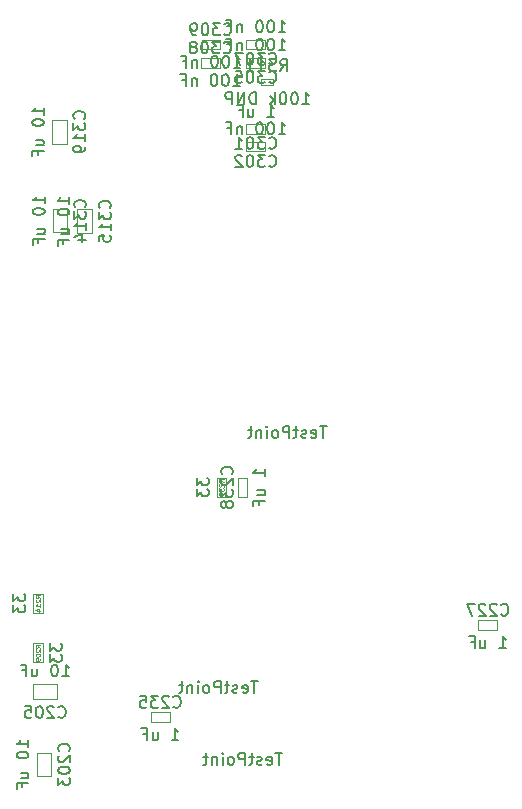
<source format=gbr>
G04 #@! TF.GenerationSoftware,KiCad,Pcbnew,5.0.1*
G04 #@! TF.CreationDate,2018-12-04T21:14:06-05:00*
G04 #@! TF.ProjectId,receiver,72656365697665722E6B696361645F70,rev?*
G04 #@! TF.SameCoordinates,Original*
G04 #@! TF.FileFunction,Other,Fab,Bot*
%FSLAX46Y46*%
G04 Gerber Fmt 4.6, Leading zero omitted, Abs format (unit mm)*
G04 Created by KiCad (PCBNEW 5.0.1) date Tue 04 Dec 2018 09:14:06 PM EST*
%MOMM*%
%LPD*%
G01*
G04 APERTURE LIST*
%ADD10C,0.100000*%
%ADD11C,0.150000*%
%ADD12C,0.075000*%
G04 APERTURE END LIST*
D10*
G04 #@! TO.C,C227*
X71400000Y-174200000D02*
X71400000Y-173400000D01*
X69800000Y-174200000D02*
X71400000Y-174200000D01*
X69800000Y-173400000D02*
X69800000Y-174200000D01*
X71400000Y-173400000D02*
X69800000Y-173400000D01*
G04 #@! TO.C,C238*
X49400000Y-161350000D02*
X49400000Y-162950000D01*
X49400000Y-162950000D02*
X50200000Y-162950000D01*
X50200000Y-162950000D02*
X50200000Y-161350000D01*
X50200000Y-161350000D02*
X49400000Y-161350000D01*
G04 #@! TO.C,C235*
X43650000Y-181200000D02*
X42050000Y-181200000D01*
X42050000Y-181200000D02*
X42050000Y-182000000D01*
X42050000Y-182000000D02*
X43650000Y-182000000D01*
X43650000Y-182000000D02*
X43650000Y-181200000D01*
G04 #@! TO.C,C302*
X50150000Y-132900000D02*
X50150000Y-133700000D01*
X51750000Y-132900000D02*
X50150000Y-132900000D01*
X51750000Y-133700000D02*
X51750000Y-132900000D01*
X50150000Y-133700000D02*
X51750000Y-133700000D01*
G04 #@! TO.C,C309*
X47950000Y-125050000D02*
X47950000Y-124250000D01*
X46350000Y-125050000D02*
X47950000Y-125050000D01*
X46350000Y-124250000D02*
X46350000Y-125050000D01*
X47950000Y-124250000D02*
X46350000Y-124250000D01*
G04 #@! TO.C,C308*
X47900000Y-125800000D02*
X46300000Y-125800000D01*
X46300000Y-125800000D02*
X46300000Y-126600000D01*
X46300000Y-126600000D02*
X47900000Y-126600000D01*
X47900000Y-126600000D02*
X47900000Y-125800000D01*
G04 #@! TO.C,C307*
X50150000Y-124250000D02*
X50150000Y-125050000D01*
X51750000Y-124250000D02*
X50150000Y-124250000D01*
X51750000Y-125050000D02*
X51750000Y-124250000D01*
X50150000Y-125050000D02*
X51750000Y-125050000D01*
G04 #@! TO.C,C305*
X50150000Y-125800000D02*
X50150000Y-126600000D01*
X51750000Y-125800000D02*
X50150000Y-125800000D01*
X51750000Y-126600000D02*
X51750000Y-125800000D01*
X50150000Y-126600000D02*
X51750000Y-126600000D01*
G04 #@! TO.C,C301*
X50150000Y-132200000D02*
X51750000Y-132200000D01*
X51750000Y-132200000D02*
X51750000Y-131400000D01*
X51750000Y-131400000D02*
X50150000Y-131400000D01*
X50150000Y-131400000D02*
X50150000Y-132200000D01*
G04 #@! TO.C,C203*
X33620000Y-186600000D02*
X33620000Y-184600000D01*
X33620000Y-184600000D02*
X32380000Y-184600000D01*
X32380000Y-184600000D02*
X32380000Y-186600000D01*
X32380000Y-186600000D02*
X33620000Y-186600000D01*
G04 #@! TO.C,C205*
X32114491Y-178833465D02*
X32114491Y-180073465D01*
X34114491Y-178833465D02*
X32114491Y-178833465D01*
X34114491Y-180073465D02*
X34114491Y-178833465D01*
X32114491Y-180073465D02*
X34114491Y-180073465D01*
G04 #@! TO.C,C319*
X34920000Y-133050000D02*
X34920000Y-131050000D01*
X34920000Y-131050000D02*
X33680000Y-131050000D01*
X33680000Y-131050000D02*
X33680000Y-133050000D01*
X33680000Y-133050000D02*
X34920000Y-133050000D01*
G04 #@! TO.C,C314*
X33738196Y-140559047D02*
X34978196Y-140559047D01*
X33738196Y-138559047D02*
X33738196Y-140559047D01*
X34978196Y-138559047D02*
X33738196Y-138559047D01*
X34978196Y-140559047D02*
X34978196Y-138559047D01*
G04 #@! TO.C,C315*
X37078196Y-140609047D02*
X37078196Y-138609047D01*
X37078196Y-138609047D02*
X35838196Y-138609047D01*
X35838196Y-138609047D02*
X35838196Y-140609047D01*
X35838196Y-140609047D02*
X37078196Y-140609047D01*
G04 #@! TO.C,R311*
X52400000Y-128050000D02*
X52400000Y-127550000D01*
X51400000Y-128050000D02*
X52400000Y-128050000D01*
X51400000Y-127550000D02*
X51400000Y-128050000D01*
X52400000Y-127550000D02*
X51400000Y-127550000D01*
G04 #@! TO.C,R209*
X32114491Y-175353465D02*
X32114491Y-176953465D01*
X32114491Y-176953465D02*
X32914491Y-176953465D01*
X32914491Y-176953465D02*
X32914491Y-175353465D01*
X32914491Y-175353465D02*
X32114491Y-175353465D01*
G04 #@! TO.C,R214*
X32114491Y-172753465D02*
X32914491Y-172753465D01*
X32114491Y-171153465D02*
X32114491Y-172753465D01*
X32914491Y-171153465D02*
X32114491Y-171153465D01*
X32914491Y-172753465D02*
X32914491Y-171153465D01*
G04 #@! TO.C,R239*
X48450000Y-162950000D02*
X48450000Y-161350000D01*
X48450000Y-161350000D02*
X47650000Y-161350000D01*
X47650000Y-161350000D02*
X47650000Y-162950000D01*
X47650000Y-162950000D02*
X48450000Y-162950000D01*
G04 #@! TD*
G04 #@! TO.C,TP208*
D11*
X56933333Y-156952380D02*
X56361904Y-156952380D01*
X56647619Y-157952380D02*
X56647619Y-156952380D01*
X55647619Y-157904761D02*
X55742857Y-157952380D01*
X55933333Y-157952380D01*
X56028571Y-157904761D01*
X56076190Y-157809523D01*
X56076190Y-157428571D01*
X56028571Y-157333333D01*
X55933333Y-157285714D01*
X55742857Y-157285714D01*
X55647619Y-157333333D01*
X55600000Y-157428571D01*
X55600000Y-157523809D01*
X56076190Y-157619047D01*
X55219047Y-157904761D02*
X55123809Y-157952380D01*
X54933333Y-157952380D01*
X54838095Y-157904761D01*
X54790476Y-157809523D01*
X54790476Y-157761904D01*
X54838095Y-157666666D01*
X54933333Y-157619047D01*
X55076190Y-157619047D01*
X55171428Y-157571428D01*
X55219047Y-157476190D01*
X55219047Y-157428571D01*
X55171428Y-157333333D01*
X55076190Y-157285714D01*
X54933333Y-157285714D01*
X54838095Y-157333333D01*
X54504761Y-157285714D02*
X54123809Y-157285714D01*
X54361904Y-156952380D02*
X54361904Y-157809523D01*
X54314285Y-157904761D01*
X54219047Y-157952380D01*
X54123809Y-157952380D01*
X53790476Y-157952380D02*
X53790476Y-156952380D01*
X53409523Y-156952380D01*
X53314285Y-157000000D01*
X53266666Y-157047619D01*
X53219047Y-157142857D01*
X53219047Y-157285714D01*
X53266666Y-157380952D01*
X53314285Y-157428571D01*
X53409523Y-157476190D01*
X53790476Y-157476190D01*
X52647619Y-157952380D02*
X52742857Y-157904761D01*
X52790476Y-157857142D01*
X52838095Y-157761904D01*
X52838095Y-157476190D01*
X52790476Y-157380952D01*
X52742857Y-157333333D01*
X52647619Y-157285714D01*
X52504761Y-157285714D01*
X52409523Y-157333333D01*
X52361904Y-157380952D01*
X52314285Y-157476190D01*
X52314285Y-157761904D01*
X52361904Y-157857142D01*
X52409523Y-157904761D01*
X52504761Y-157952380D01*
X52647619Y-157952380D01*
X51885714Y-157952380D02*
X51885714Y-157285714D01*
X51885714Y-156952380D02*
X51933333Y-157000000D01*
X51885714Y-157047619D01*
X51838095Y-157000000D01*
X51885714Y-156952380D01*
X51885714Y-157047619D01*
X51409523Y-157285714D02*
X51409523Y-157952380D01*
X51409523Y-157380952D02*
X51361904Y-157333333D01*
X51266666Y-157285714D01*
X51123809Y-157285714D01*
X51028571Y-157333333D01*
X50980952Y-157428571D01*
X50980952Y-157952380D01*
X50647619Y-157285714D02*
X50266666Y-157285714D01*
X50504761Y-156952380D02*
X50504761Y-157809523D01*
X50457142Y-157904761D01*
X50361904Y-157952380D01*
X50266666Y-157952380D01*
G04 #@! TO.C,TP202*
X53183333Y-184627380D02*
X52611904Y-184627380D01*
X52897619Y-185627380D02*
X52897619Y-184627380D01*
X51897619Y-185579761D02*
X51992857Y-185627380D01*
X52183333Y-185627380D01*
X52278571Y-185579761D01*
X52326190Y-185484523D01*
X52326190Y-185103571D01*
X52278571Y-185008333D01*
X52183333Y-184960714D01*
X51992857Y-184960714D01*
X51897619Y-185008333D01*
X51850000Y-185103571D01*
X51850000Y-185198809D01*
X52326190Y-185294047D01*
X51469047Y-185579761D02*
X51373809Y-185627380D01*
X51183333Y-185627380D01*
X51088095Y-185579761D01*
X51040476Y-185484523D01*
X51040476Y-185436904D01*
X51088095Y-185341666D01*
X51183333Y-185294047D01*
X51326190Y-185294047D01*
X51421428Y-185246428D01*
X51469047Y-185151190D01*
X51469047Y-185103571D01*
X51421428Y-185008333D01*
X51326190Y-184960714D01*
X51183333Y-184960714D01*
X51088095Y-185008333D01*
X50754761Y-184960714D02*
X50373809Y-184960714D01*
X50611904Y-184627380D02*
X50611904Y-185484523D01*
X50564285Y-185579761D01*
X50469047Y-185627380D01*
X50373809Y-185627380D01*
X50040476Y-185627380D02*
X50040476Y-184627380D01*
X49659523Y-184627380D01*
X49564285Y-184675000D01*
X49516666Y-184722619D01*
X49469047Y-184817857D01*
X49469047Y-184960714D01*
X49516666Y-185055952D01*
X49564285Y-185103571D01*
X49659523Y-185151190D01*
X50040476Y-185151190D01*
X48897619Y-185627380D02*
X48992857Y-185579761D01*
X49040476Y-185532142D01*
X49088095Y-185436904D01*
X49088095Y-185151190D01*
X49040476Y-185055952D01*
X48992857Y-185008333D01*
X48897619Y-184960714D01*
X48754761Y-184960714D01*
X48659523Y-185008333D01*
X48611904Y-185055952D01*
X48564285Y-185151190D01*
X48564285Y-185436904D01*
X48611904Y-185532142D01*
X48659523Y-185579761D01*
X48754761Y-185627380D01*
X48897619Y-185627380D01*
X48135714Y-185627380D02*
X48135714Y-184960714D01*
X48135714Y-184627380D02*
X48183333Y-184675000D01*
X48135714Y-184722619D01*
X48088095Y-184675000D01*
X48135714Y-184627380D01*
X48135714Y-184722619D01*
X47659523Y-184960714D02*
X47659523Y-185627380D01*
X47659523Y-185055952D02*
X47611904Y-185008333D01*
X47516666Y-184960714D01*
X47373809Y-184960714D01*
X47278571Y-185008333D01*
X47230952Y-185103571D01*
X47230952Y-185627380D01*
X46897619Y-184960714D02*
X46516666Y-184960714D01*
X46754761Y-184627380D02*
X46754761Y-185484523D01*
X46707142Y-185579761D01*
X46611904Y-185627380D01*
X46516666Y-185627380D01*
G04 #@! TO.C,TP207*
X51108333Y-178552380D02*
X50536904Y-178552380D01*
X50822619Y-179552380D02*
X50822619Y-178552380D01*
X49822619Y-179504761D02*
X49917857Y-179552380D01*
X50108333Y-179552380D01*
X50203571Y-179504761D01*
X50251190Y-179409523D01*
X50251190Y-179028571D01*
X50203571Y-178933333D01*
X50108333Y-178885714D01*
X49917857Y-178885714D01*
X49822619Y-178933333D01*
X49775000Y-179028571D01*
X49775000Y-179123809D01*
X50251190Y-179219047D01*
X49394047Y-179504761D02*
X49298809Y-179552380D01*
X49108333Y-179552380D01*
X49013095Y-179504761D01*
X48965476Y-179409523D01*
X48965476Y-179361904D01*
X49013095Y-179266666D01*
X49108333Y-179219047D01*
X49251190Y-179219047D01*
X49346428Y-179171428D01*
X49394047Y-179076190D01*
X49394047Y-179028571D01*
X49346428Y-178933333D01*
X49251190Y-178885714D01*
X49108333Y-178885714D01*
X49013095Y-178933333D01*
X48679761Y-178885714D02*
X48298809Y-178885714D01*
X48536904Y-178552380D02*
X48536904Y-179409523D01*
X48489285Y-179504761D01*
X48394047Y-179552380D01*
X48298809Y-179552380D01*
X47965476Y-179552380D02*
X47965476Y-178552380D01*
X47584523Y-178552380D01*
X47489285Y-178600000D01*
X47441666Y-178647619D01*
X47394047Y-178742857D01*
X47394047Y-178885714D01*
X47441666Y-178980952D01*
X47489285Y-179028571D01*
X47584523Y-179076190D01*
X47965476Y-179076190D01*
X46822619Y-179552380D02*
X46917857Y-179504761D01*
X46965476Y-179457142D01*
X47013095Y-179361904D01*
X47013095Y-179076190D01*
X46965476Y-178980952D01*
X46917857Y-178933333D01*
X46822619Y-178885714D01*
X46679761Y-178885714D01*
X46584523Y-178933333D01*
X46536904Y-178980952D01*
X46489285Y-179076190D01*
X46489285Y-179361904D01*
X46536904Y-179457142D01*
X46584523Y-179504761D01*
X46679761Y-179552380D01*
X46822619Y-179552380D01*
X46060714Y-179552380D02*
X46060714Y-178885714D01*
X46060714Y-178552380D02*
X46108333Y-178600000D01*
X46060714Y-178647619D01*
X46013095Y-178600000D01*
X46060714Y-178552380D01*
X46060714Y-178647619D01*
X45584523Y-178885714D02*
X45584523Y-179552380D01*
X45584523Y-178980952D02*
X45536904Y-178933333D01*
X45441666Y-178885714D01*
X45298809Y-178885714D01*
X45203571Y-178933333D01*
X45155952Y-179028571D01*
X45155952Y-179552380D01*
X44822619Y-178885714D02*
X44441666Y-178885714D01*
X44679761Y-178552380D02*
X44679761Y-179409523D01*
X44632142Y-179504761D01*
X44536904Y-179552380D01*
X44441666Y-179552380D01*
G04 #@! TO.C,C227*
X71576190Y-175752380D02*
X72147619Y-175752380D01*
X71861904Y-175752380D02*
X71861904Y-174752380D01*
X71957142Y-174895238D01*
X72052380Y-174990476D01*
X72147619Y-175038095D01*
X69957142Y-175085714D02*
X69957142Y-175752380D01*
X70385714Y-175085714D02*
X70385714Y-175609523D01*
X70338095Y-175704761D01*
X70242857Y-175752380D01*
X70100000Y-175752380D01*
X70004761Y-175704761D01*
X69957142Y-175657142D01*
X69147619Y-175228571D02*
X69480952Y-175228571D01*
X69480952Y-175752380D02*
X69480952Y-174752380D01*
X69004761Y-174752380D01*
X71719047Y-172907142D02*
X71766666Y-172954761D01*
X71909523Y-173002380D01*
X72004761Y-173002380D01*
X72147619Y-172954761D01*
X72242857Y-172859523D01*
X72290476Y-172764285D01*
X72338095Y-172573809D01*
X72338095Y-172430952D01*
X72290476Y-172240476D01*
X72242857Y-172145238D01*
X72147619Y-172050000D01*
X72004761Y-172002380D01*
X71909523Y-172002380D01*
X71766666Y-172050000D01*
X71719047Y-172097619D01*
X71338095Y-172097619D02*
X71290476Y-172050000D01*
X71195238Y-172002380D01*
X70957142Y-172002380D01*
X70861904Y-172050000D01*
X70814285Y-172097619D01*
X70766666Y-172192857D01*
X70766666Y-172288095D01*
X70814285Y-172430952D01*
X71385714Y-173002380D01*
X70766666Y-173002380D01*
X70385714Y-172097619D02*
X70338095Y-172050000D01*
X70242857Y-172002380D01*
X70004761Y-172002380D01*
X69909523Y-172050000D01*
X69861904Y-172097619D01*
X69814285Y-172192857D01*
X69814285Y-172288095D01*
X69861904Y-172430952D01*
X70433333Y-173002380D01*
X69814285Y-173002380D01*
X69480952Y-172002380D02*
X68814285Y-172002380D01*
X69242857Y-173002380D01*
G04 #@! TO.C,C238*
X51752380Y-161173809D02*
X51752380Y-160602380D01*
X51752380Y-160888095D02*
X50752380Y-160888095D01*
X50895238Y-160792857D01*
X50990476Y-160697619D01*
X51038095Y-160602380D01*
X51085714Y-162792857D02*
X51752380Y-162792857D01*
X51085714Y-162364285D02*
X51609523Y-162364285D01*
X51704761Y-162411904D01*
X51752380Y-162507142D01*
X51752380Y-162650000D01*
X51704761Y-162745238D01*
X51657142Y-162792857D01*
X51228571Y-163602380D02*
X51228571Y-163269047D01*
X51752380Y-163269047D02*
X50752380Y-163269047D01*
X50752380Y-163745238D01*
X48907142Y-161030952D02*
X48954761Y-160983333D01*
X49002380Y-160840476D01*
X49002380Y-160745238D01*
X48954761Y-160602380D01*
X48859523Y-160507142D01*
X48764285Y-160459523D01*
X48573809Y-160411904D01*
X48430952Y-160411904D01*
X48240476Y-160459523D01*
X48145238Y-160507142D01*
X48050000Y-160602380D01*
X48002380Y-160745238D01*
X48002380Y-160840476D01*
X48050000Y-160983333D01*
X48097619Y-161030952D01*
X48097619Y-161411904D02*
X48050000Y-161459523D01*
X48002380Y-161554761D01*
X48002380Y-161792857D01*
X48050000Y-161888095D01*
X48097619Y-161935714D01*
X48192857Y-161983333D01*
X48288095Y-161983333D01*
X48430952Y-161935714D01*
X49002380Y-161364285D01*
X49002380Y-161983333D01*
X48002380Y-162316666D02*
X48002380Y-162935714D01*
X48383333Y-162602380D01*
X48383333Y-162745238D01*
X48430952Y-162840476D01*
X48478571Y-162888095D01*
X48573809Y-162935714D01*
X48811904Y-162935714D01*
X48907142Y-162888095D01*
X48954761Y-162840476D01*
X49002380Y-162745238D01*
X49002380Y-162459523D01*
X48954761Y-162364285D01*
X48907142Y-162316666D01*
X48430952Y-163507142D02*
X48383333Y-163411904D01*
X48335714Y-163364285D01*
X48240476Y-163316666D01*
X48192857Y-163316666D01*
X48097619Y-163364285D01*
X48050000Y-163411904D01*
X48002380Y-163507142D01*
X48002380Y-163697619D01*
X48050000Y-163792857D01*
X48097619Y-163840476D01*
X48192857Y-163888095D01*
X48240476Y-163888095D01*
X48335714Y-163840476D01*
X48383333Y-163792857D01*
X48430952Y-163697619D01*
X48430952Y-163507142D01*
X48478571Y-163411904D01*
X48526190Y-163364285D01*
X48621428Y-163316666D01*
X48811904Y-163316666D01*
X48907142Y-163364285D01*
X48954761Y-163411904D01*
X49002380Y-163507142D01*
X49002380Y-163697619D01*
X48954761Y-163792857D01*
X48907142Y-163840476D01*
X48811904Y-163888095D01*
X48621428Y-163888095D01*
X48526190Y-163840476D01*
X48478571Y-163792857D01*
X48430952Y-163697619D01*
G04 #@! TO.C,C235*
X43826190Y-183552380D02*
X44397619Y-183552380D01*
X44111904Y-183552380D02*
X44111904Y-182552380D01*
X44207142Y-182695238D01*
X44302380Y-182790476D01*
X44397619Y-182838095D01*
X42207142Y-182885714D02*
X42207142Y-183552380D01*
X42635714Y-182885714D02*
X42635714Y-183409523D01*
X42588095Y-183504761D01*
X42492857Y-183552380D01*
X42350000Y-183552380D01*
X42254761Y-183504761D01*
X42207142Y-183457142D01*
X41397619Y-183028571D02*
X41730952Y-183028571D01*
X41730952Y-183552380D02*
X41730952Y-182552380D01*
X41254761Y-182552380D01*
X43969047Y-180707142D02*
X44016666Y-180754761D01*
X44159523Y-180802380D01*
X44254761Y-180802380D01*
X44397619Y-180754761D01*
X44492857Y-180659523D01*
X44540476Y-180564285D01*
X44588095Y-180373809D01*
X44588095Y-180230952D01*
X44540476Y-180040476D01*
X44492857Y-179945238D01*
X44397619Y-179850000D01*
X44254761Y-179802380D01*
X44159523Y-179802380D01*
X44016666Y-179850000D01*
X43969047Y-179897619D01*
X43588095Y-179897619D02*
X43540476Y-179850000D01*
X43445238Y-179802380D01*
X43207142Y-179802380D01*
X43111904Y-179850000D01*
X43064285Y-179897619D01*
X43016666Y-179992857D01*
X43016666Y-180088095D01*
X43064285Y-180230952D01*
X43635714Y-180802380D01*
X43016666Y-180802380D01*
X42683333Y-179802380D02*
X42064285Y-179802380D01*
X42397619Y-180183333D01*
X42254761Y-180183333D01*
X42159523Y-180230952D01*
X42111904Y-180278571D01*
X42064285Y-180373809D01*
X42064285Y-180611904D01*
X42111904Y-180707142D01*
X42159523Y-180754761D01*
X42254761Y-180802380D01*
X42540476Y-180802380D01*
X42635714Y-180754761D01*
X42683333Y-180707142D01*
X41159523Y-179802380D02*
X41635714Y-179802380D01*
X41683333Y-180278571D01*
X41635714Y-180230952D01*
X41540476Y-180183333D01*
X41302380Y-180183333D01*
X41207142Y-180230952D01*
X41159523Y-180278571D01*
X41111904Y-180373809D01*
X41111904Y-180611904D01*
X41159523Y-180707142D01*
X41207142Y-180754761D01*
X41302380Y-180802380D01*
X41540476Y-180802380D01*
X41635714Y-180754761D01*
X41683333Y-180707142D01*
G04 #@! TO.C,C302*
X52878571Y-132252380D02*
X53450000Y-132252380D01*
X53164285Y-132252380D02*
X53164285Y-131252380D01*
X53259523Y-131395238D01*
X53354761Y-131490476D01*
X53450000Y-131538095D01*
X52259523Y-131252380D02*
X52164285Y-131252380D01*
X52069047Y-131300000D01*
X52021428Y-131347619D01*
X51973809Y-131442857D01*
X51926190Y-131633333D01*
X51926190Y-131871428D01*
X51973809Y-132061904D01*
X52021428Y-132157142D01*
X52069047Y-132204761D01*
X52164285Y-132252380D01*
X52259523Y-132252380D01*
X52354761Y-132204761D01*
X52402380Y-132157142D01*
X52450000Y-132061904D01*
X52497619Y-131871428D01*
X52497619Y-131633333D01*
X52450000Y-131442857D01*
X52402380Y-131347619D01*
X52354761Y-131300000D01*
X52259523Y-131252380D01*
X51307142Y-131252380D02*
X51211904Y-131252380D01*
X51116666Y-131300000D01*
X51069047Y-131347619D01*
X51021428Y-131442857D01*
X50973809Y-131633333D01*
X50973809Y-131871428D01*
X51021428Y-132061904D01*
X51069047Y-132157142D01*
X51116666Y-132204761D01*
X51211904Y-132252380D01*
X51307142Y-132252380D01*
X51402380Y-132204761D01*
X51450000Y-132157142D01*
X51497619Y-132061904D01*
X51545238Y-131871428D01*
X51545238Y-131633333D01*
X51497619Y-131442857D01*
X51450000Y-131347619D01*
X51402380Y-131300000D01*
X51307142Y-131252380D01*
X49783333Y-131585714D02*
X49783333Y-132252380D01*
X49783333Y-131680952D02*
X49735714Y-131633333D01*
X49640476Y-131585714D01*
X49497619Y-131585714D01*
X49402380Y-131633333D01*
X49354761Y-131728571D01*
X49354761Y-132252380D01*
X48545238Y-131728571D02*
X48878571Y-131728571D01*
X48878571Y-132252380D02*
X48878571Y-131252380D01*
X48402380Y-131252380D01*
X52069047Y-134907142D02*
X52116666Y-134954761D01*
X52259523Y-135002380D01*
X52354761Y-135002380D01*
X52497619Y-134954761D01*
X52592857Y-134859523D01*
X52640476Y-134764285D01*
X52688095Y-134573809D01*
X52688095Y-134430952D01*
X52640476Y-134240476D01*
X52592857Y-134145238D01*
X52497619Y-134050000D01*
X52354761Y-134002380D01*
X52259523Y-134002380D01*
X52116666Y-134050000D01*
X52069047Y-134097619D01*
X51735714Y-134002380D02*
X51116666Y-134002380D01*
X51450000Y-134383333D01*
X51307142Y-134383333D01*
X51211904Y-134430952D01*
X51164285Y-134478571D01*
X51116666Y-134573809D01*
X51116666Y-134811904D01*
X51164285Y-134907142D01*
X51211904Y-134954761D01*
X51307142Y-135002380D01*
X51592857Y-135002380D01*
X51688095Y-134954761D01*
X51735714Y-134907142D01*
X50497619Y-134002380D02*
X50402380Y-134002380D01*
X50307142Y-134050000D01*
X50259523Y-134097619D01*
X50211904Y-134192857D01*
X50164285Y-134383333D01*
X50164285Y-134621428D01*
X50211904Y-134811904D01*
X50259523Y-134907142D01*
X50307142Y-134954761D01*
X50402380Y-135002380D01*
X50497619Y-135002380D01*
X50592857Y-134954761D01*
X50640476Y-134907142D01*
X50688095Y-134811904D01*
X50735714Y-134621428D01*
X50735714Y-134383333D01*
X50688095Y-134192857D01*
X50640476Y-134097619D01*
X50592857Y-134050000D01*
X50497619Y-134002380D01*
X49783333Y-134097619D02*
X49735714Y-134050000D01*
X49640476Y-134002380D01*
X49402380Y-134002380D01*
X49307142Y-134050000D01*
X49259523Y-134097619D01*
X49211904Y-134192857D01*
X49211904Y-134288095D01*
X49259523Y-134430952D01*
X49830952Y-135002380D01*
X49211904Y-135002380D01*
G04 #@! TO.C,C309*
X49078571Y-126602380D02*
X49650000Y-126602380D01*
X49364285Y-126602380D02*
X49364285Y-125602380D01*
X49459523Y-125745238D01*
X49554761Y-125840476D01*
X49650000Y-125888095D01*
X48459523Y-125602380D02*
X48364285Y-125602380D01*
X48269047Y-125650000D01*
X48221428Y-125697619D01*
X48173809Y-125792857D01*
X48126190Y-125983333D01*
X48126190Y-126221428D01*
X48173809Y-126411904D01*
X48221428Y-126507142D01*
X48269047Y-126554761D01*
X48364285Y-126602380D01*
X48459523Y-126602380D01*
X48554761Y-126554761D01*
X48602380Y-126507142D01*
X48650000Y-126411904D01*
X48697619Y-126221428D01*
X48697619Y-125983333D01*
X48650000Y-125792857D01*
X48602380Y-125697619D01*
X48554761Y-125650000D01*
X48459523Y-125602380D01*
X47507142Y-125602380D02*
X47411904Y-125602380D01*
X47316666Y-125650000D01*
X47269047Y-125697619D01*
X47221428Y-125792857D01*
X47173809Y-125983333D01*
X47173809Y-126221428D01*
X47221428Y-126411904D01*
X47269047Y-126507142D01*
X47316666Y-126554761D01*
X47411904Y-126602380D01*
X47507142Y-126602380D01*
X47602380Y-126554761D01*
X47650000Y-126507142D01*
X47697619Y-126411904D01*
X47745238Y-126221428D01*
X47745238Y-125983333D01*
X47697619Y-125792857D01*
X47650000Y-125697619D01*
X47602380Y-125650000D01*
X47507142Y-125602380D01*
X45983333Y-125935714D02*
X45983333Y-126602380D01*
X45983333Y-126030952D02*
X45935714Y-125983333D01*
X45840476Y-125935714D01*
X45697619Y-125935714D01*
X45602380Y-125983333D01*
X45554761Y-126078571D01*
X45554761Y-126602380D01*
X44745238Y-126078571D02*
X45078571Y-126078571D01*
X45078571Y-126602380D02*
X45078571Y-125602380D01*
X44602380Y-125602380D01*
X48269047Y-123757142D02*
X48316666Y-123804761D01*
X48459523Y-123852380D01*
X48554761Y-123852380D01*
X48697619Y-123804761D01*
X48792857Y-123709523D01*
X48840476Y-123614285D01*
X48888095Y-123423809D01*
X48888095Y-123280952D01*
X48840476Y-123090476D01*
X48792857Y-122995238D01*
X48697619Y-122900000D01*
X48554761Y-122852380D01*
X48459523Y-122852380D01*
X48316666Y-122900000D01*
X48269047Y-122947619D01*
X47935714Y-122852380D02*
X47316666Y-122852380D01*
X47650000Y-123233333D01*
X47507142Y-123233333D01*
X47411904Y-123280952D01*
X47364285Y-123328571D01*
X47316666Y-123423809D01*
X47316666Y-123661904D01*
X47364285Y-123757142D01*
X47411904Y-123804761D01*
X47507142Y-123852380D01*
X47792857Y-123852380D01*
X47888095Y-123804761D01*
X47935714Y-123757142D01*
X46697619Y-122852380D02*
X46602380Y-122852380D01*
X46507142Y-122900000D01*
X46459523Y-122947619D01*
X46411904Y-123042857D01*
X46364285Y-123233333D01*
X46364285Y-123471428D01*
X46411904Y-123661904D01*
X46459523Y-123757142D01*
X46507142Y-123804761D01*
X46602380Y-123852380D01*
X46697619Y-123852380D01*
X46792857Y-123804761D01*
X46840476Y-123757142D01*
X46888095Y-123661904D01*
X46935714Y-123471428D01*
X46935714Y-123233333D01*
X46888095Y-123042857D01*
X46840476Y-122947619D01*
X46792857Y-122900000D01*
X46697619Y-122852380D01*
X45888095Y-123852380D02*
X45697619Y-123852380D01*
X45602380Y-123804761D01*
X45554761Y-123757142D01*
X45459523Y-123614285D01*
X45411904Y-123423809D01*
X45411904Y-123042857D01*
X45459523Y-122947619D01*
X45507142Y-122900000D01*
X45602380Y-122852380D01*
X45792857Y-122852380D01*
X45888095Y-122900000D01*
X45935714Y-122947619D01*
X45983333Y-123042857D01*
X45983333Y-123280952D01*
X45935714Y-123376190D01*
X45888095Y-123423809D01*
X45792857Y-123471428D01*
X45602380Y-123471428D01*
X45507142Y-123423809D01*
X45459523Y-123376190D01*
X45411904Y-123280952D01*
G04 #@! TO.C,C308*
X49028571Y-128152380D02*
X49600000Y-128152380D01*
X49314285Y-128152380D02*
X49314285Y-127152380D01*
X49409523Y-127295238D01*
X49504761Y-127390476D01*
X49600000Y-127438095D01*
X48409523Y-127152380D02*
X48314285Y-127152380D01*
X48219047Y-127200000D01*
X48171428Y-127247619D01*
X48123809Y-127342857D01*
X48076190Y-127533333D01*
X48076190Y-127771428D01*
X48123809Y-127961904D01*
X48171428Y-128057142D01*
X48219047Y-128104761D01*
X48314285Y-128152380D01*
X48409523Y-128152380D01*
X48504761Y-128104761D01*
X48552380Y-128057142D01*
X48600000Y-127961904D01*
X48647619Y-127771428D01*
X48647619Y-127533333D01*
X48600000Y-127342857D01*
X48552380Y-127247619D01*
X48504761Y-127200000D01*
X48409523Y-127152380D01*
X47457142Y-127152380D02*
X47361904Y-127152380D01*
X47266666Y-127200000D01*
X47219047Y-127247619D01*
X47171428Y-127342857D01*
X47123809Y-127533333D01*
X47123809Y-127771428D01*
X47171428Y-127961904D01*
X47219047Y-128057142D01*
X47266666Y-128104761D01*
X47361904Y-128152380D01*
X47457142Y-128152380D01*
X47552380Y-128104761D01*
X47600000Y-128057142D01*
X47647619Y-127961904D01*
X47695238Y-127771428D01*
X47695238Y-127533333D01*
X47647619Y-127342857D01*
X47600000Y-127247619D01*
X47552380Y-127200000D01*
X47457142Y-127152380D01*
X45933333Y-127485714D02*
X45933333Y-128152380D01*
X45933333Y-127580952D02*
X45885714Y-127533333D01*
X45790476Y-127485714D01*
X45647619Y-127485714D01*
X45552380Y-127533333D01*
X45504761Y-127628571D01*
X45504761Y-128152380D01*
X44695238Y-127628571D02*
X45028571Y-127628571D01*
X45028571Y-128152380D02*
X45028571Y-127152380D01*
X44552380Y-127152380D01*
X48219047Y-125307142D02*
X48266666Y-125354761D01*
X48409523Y-125402380D01*
X48504761Y-125402380D01*
X48647619Y-125354761D01*
X48742857Y-125259523D01*
X48790476Y-125164285D01*
X48838095Y-124973809D01*
X48838095Y-124830952D01*
X48790476Y-124640476D01*
X48742857Y-124545238D01*
X48647619Y-124450000D01*
X48504761Y-124402380D01*
X48409523Y-124402380D01*
X48266666Y-124450000D01*
X48219047Y-124497619D01*
X47885714Y-124402380D02*
X47266666Y-124402380D01*
X47600000Y-124783333D01*
X47457142Y-124783333D01*
X47361904Y-124830952D01*
X47314285Y-124878571D01*
X47266666Y-124973809D01*
X47266666Y-125211904D01*
X47314285Y-125307142D01*
X47361904Y-125354761D01*
X47457142Y-125402380D01*
X47742857Y-125402380D01*
X47838095Y-125354761D01*
X47885714Y-125307142D01*
X46647619Y-124402380D02*
X46552380Y-124402380D01*
X46457142Y-124450000D01*
X46409523Y-124497619D01*
X46361904Y-124592857D01*
X46314285Y-124783333D01*
X46314285Y-125021428D01*
X46361904Y-125211904D01*
X46409523Y-125307142D01*
X46457142Y-125354761D01*
X46552380Y-125402380D01*
X46647619Y-125402380D01*
X46742857Y-125354761D01*
X46790476Y-125307142D01*
X46838095Y-125211904D01*
X46885714Y-125021428D01*
X46885714Y-124783333D01*
X46838095Y-124592857D01*
X46790476Y-124497619D01*
X46742857Y-124450000D01*
X46647619Y-124402380D01*
X45742857Y-124830952D02*
X45838095Y-124783333D01*
X45885714Y-124735714D01*
X45933333Y-124640476D01*
X45933333Y-124592857D01*
X45885714Y-124497619D01*
X45838095Y-124450000D01*
X45742857Y-124402380D01*
X45552380Y-124402380D01*
X45457142Y-124450000D01*
X45409523Y-124497619D01*
X45361904Y-124592857D01*
X45361904Y-124640476D01*
X45409523Y-124735714D01*
X45457142Y-124783333D01*
X45552380Y-124830952D01*
X45742857Y-124830952D01*
X45838095Y-124878571D01*
X45885714Y-124926190D01*
X45933333Y-125021428D01*
X45933333Y-125211904D01*
X45885714Y-125307142D01*
X45838095Y-125354761D01*
X45742857Y-125402380D01*
X45552380Y-125402380D01*
X45457142Y-125354761D01*
X45409523Y-125307142D01*
X45361904Y-125211904D01*
X45361904Y-125021428D01*
X45409523Y-124926190D01*
X45457142Y-124878571D01*
X45552380Y-124830952D01*
G04 #@! TO.C,C307*
X52878571Y-123602380D02*
X53450000Y-123602380D01*
X53164285Y-123602380D02*
X53164285Y-122602380D01*
X53259523Y-122745238D01*
X53354761Y-122840476D01*
X53450000Y-122888095D01*
X52259523Y-122602380D02*
X52164285Y-122602380D01*
X52069047Y-122650000D01*
X52021428Y-122697619D01*
X51973809Y-122792857D01*
X51926190Y-122983333D01*
X51926190Y-123221428D01*
X51973809Y-123411904D01*
X52021428Y-123507142D01*
X52069047Y-123554761D01*
X52164285Y-123602380D01*
X52259523Y-123602380D01*
X52354761Y-123554761D01*
X52402380Y-123507142D01*
X52450000Y-123411904D01*
X52497619Y-123221428D01*
X52497619Y-122983333D01*
X52450000Y-122792857D01*
X52402380Y-122697619D01*
X52354761Y-122650000D01*
X52259523Y-122602380D01*
X51307142Y-122602380D02*
X51211904Y-122602380D01*
X51116666Y-122650000D01*
X51069047Y-122697619D01*
X51021428Y-122792857D01*
X50973809Y-122983333D01*
X50973809Y-123221428D01*
X51021428Y-123411904D01*
X51069047Y-123507142D01*
X51116666Y-123554761D01*
X51211904Y-123602380D01*
X51307142Y-123602380D01*
X51402380Y-123554761D01*
X51450000Y-123507142D01*
X51497619Y-123411904D01*
X51545238Y-123221428D01*
X51545238Y-122983333D01*
X51497619Y-122792857D01*
X51450000Y-122697619D01*
X51402380Y-122650000D01*
X51307142Y-122602380D01*
X49783333Y-122935714D02*
X49783333Y-123602380D01*
X49783333Y-123030952D02*
X49735714Y-122983333D01*
X49640476Y-122935714D01*
X49497619Y-122935714D01*
X49402380Y-122983333D01*
X49354761Y-123078571D01*
X49354761Y-123602380D01*
X48545238Y-123078571D02*
X48878571Y-123078571D01*
X48878571Y-123602380D02*
X48878571Y-122602380D01*
X48402380Y-122602380D01*
X52069047Y-126257142D02*
X52116666Y-126304761D01*
X52259523Y-126352380D01*
X52354761Y-126352380D01*
X52497619Y-126304761D01*
X52592857Y-126209523D01*
X52640476Y-126114285D01*
X52688095Y-125923809D01*
X52688095Y-125780952D01*
X52640476Y-125590476D01*
X52592857Y-125495238D01*
X52497619Y-125400000D01*
X52354761Y-125352380D01*
X52259523Y-125352380D01*
X52116666Y-125400000D01*
X52069047Y-125447619D01*
X51735714Y-125352380D02*
X51116666Y-125352380D01*
X51450000Y-125733333D01*
X51307142Y-125733333D01*
X51211904Y-125780952D01*
X51164285Y-125828571D01*
X51116666Y-125923809D01*
X51116666Y-126161904D01*
X51164285Y-126257142D01*
X51211904Y-126304761D01*
X51307142Y-126352380D01*
X51592857Y-126352380D01*
X51688095Y-126304761D01*
X51735714Y-126257142D01*
X50497619Y-125352380D02*
X50402380Y-125352380D01*
X50307142Y-125400000D01*
X50259523Y-125447619D01*
X50211904Y-125542857D01*
X50164285Y-125733333D01*
X50164285Y-125971428D01*
X50211904Y-126161904D01*
X50259523Y-126257142D01*
X50307142Y-126304761D01*
X50402380Y-126352380D01*
X50497619Y-126352380D01*
X50592857Y-126304761D01*
X50640476Y-126257142D01*
X50688095Y-126161904D01*
X50735714Y-125971428D01*
X50735714Y-125733333D01*
X50688095Y-125542857D01*
X50640476Y-125447619D01*
X50592857Y-125400000D01*
X50497619Y-125352380D01*
X49830952Y-125352380D02*
X49164285Y-125352380D01*
X49592857Y-126352380D01*
G04 #@! TO.C,C305*
X52878571Y-125152380D02*
X53450000Y-125152380D01*
X53164285Y-125152380D02*
X53164285Y-124152380D01*
X53259523Y-124295238D01*
X53354761Y-124390476D01*
X53450000Y-124438095D01*
X52259523Y-124152380D02*
X52164285Y-124152380D01*
X52069047Y-124200000D01*
X52021428Y-124247619D01*
X51973809Y-124342857D01*
X51926190Y-124533333D01*
X51926190Y-124771428D01*
X51973809Y-124961904D01*
X52021428Y-125057142D01*
X52069047Y-125104761D01*
X52164285Y-125152380D01*
X52259523Y-125152380D01*
X52354761Y-125104761D01*
X52402380Y-125057142D01*
X52450000Y-124961904D01*
X52497619Y-124771428D01*
X52497619Y-124533333D01*
X52450000Y-124342857D01*
X52402380Y-124247619D01*
X52354761Y-124200000D01*
X52259523Y-124152380D01*
X51307142Y-124152380D02*
X51211904Y-124152380D01*
X51116666Y-124200000D01*
X51069047Y-124247619D01*
X51021428Y-124342857D01*
X50973809Y-124533333D01*
X50973809Y-124771428D01*
X51021428Y-124961904D01*
X51069047Y-125057142D01*
X51116666Y-125104761D01*
X51211904Y-125152380D01*
X51307142Y-125152380D01*
X51402380Y-125104761D01*
X51450000Y-125057142D01*
X51497619Y-124961904D01*
X51545238Y-124771428D01*
X51545238Y-124533333D01*
X51497619Y-124342857D01*
X51450000Y-124247619D01*
X51402380Y-124200000D01*
X51307142Y-124152380D01*
X49783333Y-124485714D02*
X49783333Y-125152380D01*
X49783333Y-124580952D02*
X49735714Y-124533333D01*
X49640476Y-124485714D01*
X49497619Y-124485714D01*
X49402380Y-124533333D01*
X49354761Y-124628571D01*
X49354761Y-125152380D01*
X48545238Y-124628571D02*
X48878571Y-124628571D01*
X48878571Y-125152380D02*
X48878571Y-124152380D01*
X48402380Y-124152380D01*
X52069047Y-127807142D02*
X52116666Y-127854761D01*
X52259523Y-127902380D01*
X52354761Y-127902380D01*
X52497619Y-127854761D01*
X52592857Y-127759523D01*
X52640476Y-127664285D01*
X52688095Y-127473809D01*
X52688095Y-127330952D01*
X52640476Y-127140476D01*
X52592857Y-127045238D01*
X52497619Y-126950000D01*
X52354761Y-126902380D01*
X52259523Y-126902380D01*
X52116666Y-126950000D01*
X52069047Y-126997619D01*
X51735714Y-126902380D02*
X51116666Y-126902380D01*
X51450000Y-127283333D01*
X51307142Y-127283333D01*
X51211904Y-127330952D01*
X51164285Y-127378571D01*
X51116666Y-127473809D01*
X51116666Y-127711904D01*
X51164285Y-127807142D01*
X51211904Y-127854761D01*
X51307142Y-127902380D01*
X51592857Y-127902380D01*
X51688095Y-127854761D01*
X51735714Y-127807142D01*
X50497619Y-126902380D02*
X50402380Y-126902380D01*
X50307142Y-126950000D01*
X50259523Y-126997619D01*
X50211904Y-127092857D01*
X50164285Y-127283333D01*
X50164285Y-127521428D01*
X50211904Y-127711904D01*
X50259523Y-127807142D01*
X50307142Y-127854761D01*
X50402380Y-127902380D01*
X50497619Y-127902380D01*
X50592857Y-127854761D01*
X50640476Y-127807142D01*
X50688095Y-127711904D01*
X50735714Y-127521428D01*
X50735714Y-127283333D01*
X50688095Y-127092857D01*
X50640476Y-126997619D01*
X50592857Y-126950000D01*
X50497619Y-126902380D01*
X49259523Y-126902380D02*
X49735714Y-126902380D01*
X49783333Y-127378571D01*
X49735714Y-127330952D01*
X49640476Y-127283333D01*
X49402380Y-127283333D01*
X49307142Y-127330952D01*
X49259523Y-127378571D01*
X49211904Y-127473809D01*
X49211904Y-127711904D01*
X49259523Y-127807142D01*
X49307142Y-127854761D01*
X49402380Y-127902380D01*
X49640476Y-127902380D01*
X49735714Y-127854761D01*
X49783333Y-127807142D01*
G04 #@! TO.C,C301*
X51926190Y-130752380D02*
X52497619Y-130752380D01*
X52211904Y-130752380D02*
X52211904Y-129752380D01*
X52307142Y-129895238D01*
X52402380Y-129990476D01*
X52497619Y-130038095D01*
X50307142Y-130085714D02*
X50307142Y-130752380D01*
X50735714Y-130085714D02*
X50735714Y-130609523D01*
X50688095Y-130704761D01*
X50592857Y-130752380D01*
X50450000Y-130752380D01*
X50354761Y-130704761D01*
X50307142Y-130657142D01*
X49497619Y-130228571D02*
X49830952Y-130228571D01*
X49830952Y-130752380D02*
X49830952Y-129752380D01*
X49354761Y-129752380D01*
X52069047Y-133407142D02*
X52116666Y-133454761D01*
X52259523Y-133502380D01*
X52354761Y-133502380D01*
X52497619Y-133454761D01*
X52592857Y-133359523D01*
X52640476Y-133264285D01*
X52688095Y-133073809D01*
X52688095Y-132930952D01*
X52640476Y-132740476D01*
X52592857Y-132645238D01*
X52497619Y-132550000D01*
X52354761Y-132502380D01*
X52259523Y-132502380D01*
X52116666Y-132550000D01*
X52069047Y-132597619D01*
X51735714Y-132502380D02*
X51116666Y-132502380D01*
X51450000Y-132883333D01*
X51307142Y-132883333D01*
X51211904Y-132930952D01*
X51164285Y-132978571D01*
X51116666Y-133073809D01*
X51116666Y-133311904D01*
X51164285Y-133407142D01*
X51211904Y-133454761D01*
X51307142Y-133502380D01*
X51592857Y-133502380D01*
X51688095Y-133454761D01*
X51735714Y-133407142D01*
X50497619Y-132502380D02*
X50402380Y-132502380D01*
X50307142Y-132550000D01*
X50259523Y-132597619D01*
X50211904Y-132692857D01*
X50164285Y-132883333D01*
X50164285Y-133121428D01*
X50211904Y-133311904D01*
X50259523Y-133407142D01*
X50307142Y-133454761D01*
X50402380Y-133502380D01*
X50497619Y-133502380D01*
X50592857Y-133454761D01*
X50640476Y-133407142D01*
X50688095Y-133311904D01*
X50735714Y-133121428D01*
X50735714Y-132883333D01*
X50688095Y-132692857D01*
X50640476Y-132597619D01*
X50592857Y-132550000D01*
X50497619Y-132502380D01*
X49211904Y-133502380D02*
X49783333Y-133502380D01*
X49497619Y-133502380D02*
X49497619Y-132502380D01*
X49592857Y-132645238D01*
X49688095Y-132740476D01*
X49783333Y-132788095D01*
G04 #@! TO.C,C203*
X31702380Y-184147619D02*
X31702380Y-183576190D01*
X31702380Y-183861904D02*
X30702380Y-183861904D01*
X30845238Y-183766666D01*
X30940476Y-183671428D01*
X30988095Y-183576190D01*
X30702380Y-184766666D02*
X30702380Y-184861904D01*
X30750000Y-184957142D01*
X30797619Y-185004761D01*
X30892857Y-185052380D01*
X31083333Y-185100000D01*
X31321428Y-185100000D01*
X31511904Y-185052380D01*
X31607142Y-185004761D01*
X31654761Y-184957142D01*
X31702380Y-184861904D01*
X31702380Y-184766666D01*
X31654761Y-184671428D01*
X31607142Y-184623809D01*
X31511904Y-184576190D01*
X31321428Y-184528571D01*
X31083333Y-184528571D01*
X30892857Y-184576190D01*
X30797619Y-184623809D01*
X30750000Y-184671428D01*
X30702380Y-184766666D01*
X31035714Y-186719047D02*
X31702380Y-186719047D01*
X31035714Y-186290476D02*
X31559523Y-186290476D01*
X31654761Y-186338095D01*
X31702380Y-186433333D01*
X31702380Y-186576190D01*
X31654761Y-186671428D01*
X31607142Y-186719047D01*
X31178571Y-187528571D02*
X31178571Y-187195238D01*
X31702380Y-187195238D02*
X30702380Y-187195238D01*
X30702380Y-187671428D01*
X35107142Y-184480952D02*
X35154761Y-184433333D01*
X35202380Y-184290476D01*
X35202380Y-184195238D01*
X35154761Y-184052380D01*
X35059523Y-183957142D01*
X34964285Y-183909523D01*
X34773809Y-183861904D01*
X34630952Y-183861904D01*
X34440476Y-183909523D01*
X34345238Y-183957142D01*
X34250000Y-184052380D01*
X34202380Y-184195238D01*
X34202380Y-184290476D01*
X34250000Y-184433333D01*
X34297619Y-184480952D01*
X34297619Y-184861904D02*
X34250000Y-184909523D01*
X34202380Y-185004761D01*
X34202380Y-185242857D01*
X34250000Y-185338095D01*
X34297619Y-185385714D01*
X34392857Y-185433333D01*
X34488095Y-185433333D01*
X34630952Y-185385714D01*
X35202380Y-184814285D01*
X35202380Y-185433333D01*
X34202380Y-186052380D02*
X34202380Y-186147619D01*
X34250000Y-186242857D01*
X34297619Y-186290476D01*
X34392857Y-186338095D01*
X34583333Y-186385714D01*
X34821428Y-186385714D01*
X35011904Y-186338095D01*
X35107142Y-186290476D01*
X35154761Y-186242857D01*
X35202380Y-186147619D01*
X35202380Y-186052380D01*
X35154761Y-185957142D01*
X35107142Y-185909523D01*
X35011904Y-185861904D01*
X34821428Y-185814285D01*
X34583333Y-185814285D01*
X34392857Y-185861904D01*
X34297619Y-185909523D01*
X34250000Y-185957142D01*
X34202380Y-186052380D01*
X34202380Y-186719047D02*
X34202380Y-187338095D01*
X34583333Y-187004761D01*
X34583333Y-187147619D01*
X34630952Y-187242857D01*
X34678571Y-187290476D01*
X34773809Y-187338095D01*
X35011904Y-187338095D01*
X35107142Y-187290476D01*
X35154761Y-187242857D01*
X35202380Y-187147619D01*
X35202380Y-186861904D01*
X35154761Y-186766666D01*
X35107142Y-186719047D01*
G04 #@! TO.C,C205*
X34566871Y-178155845D02*
X35138300Y-178155845D01*
X34852586Y-178155845D02*
X34852586Y-177155845D01*
X34947824Y-177298703D01*
X35043062Y-177393941D01*
X35138300Y-177441560D01*
X33947824Y-177155845D02*
X33852586Y-177155845D01*
X33757348Y-177203465D01*
X33709729Y-177251084D01*
X33662110Y-177346322D01*
X33614491Y-177536798D01*
X33614491Y-177774893D01*
X33662110Y-177965369D01*
X33709729Y-178060607D01*
X33757348Y-178108226D01*
X33852586Y-178155845D01*
X33947824Y-178155845D01*
X34043062Y-178108226D01*
X34090681Y-178060607D01*
X34138300Y-177965369D01*
X34185919Y-177774893D01*
X34185919Y-177536798D01*
X34138300Y-177346322D01*
X34090681Y-177251084D01*
X34043062Y-177203465D01*
X33947824Y-177155845D01*
X31995443Y-177489179D02*
X31995443Y-178155845D01*
X32424014Y-177489179D02*
X32424014Y-178012988D01*
X32376395Y-178108226D01*
X32281157Y-178155845D01*
X32138300Y-178155845D01*
X32043062Y-178108226D01*
X31995443Y-178060607D01*
X31185919Y-177632036D02*
X31519252Y-177632036D01*
X31519252Y-178155845D02*
X31519252Y-177155845D01*
X31043062Y-177155845D01*
X34233538Y-181560607D02*
X34281157Y-181608226D01*
X34424014Y-181655845D01*
X34519252Y-181655845D01*
X34662110Y-181608226D01*
X34757348Y-181512988D01*
X34804967Y-181417750D01*
X34852586Y-181227274D01*
X34852586Y-181084417D01*
X34804967Y-180893941D01*
X34757348Y-180798703D01*
X34662110Y-180703465D01*
X34519252Y-180655845D01*
X34424014Y-180655845D01*
X34281157Y-180703465D01*
X34233538Y-180751084D01*
X33852586Y-180751084D02*
X33804967Y-180703465D01*
X33709729Y-180655845D01*
X33471633Y-180655845D01*
X33376395Y-180703465D01*
X33328776Y-180751084D01*
X33281157Y-180846322D01*
X33281157Y-180941560D01*
X33328776Y-181084417D01*
X33900205Y-181655845D01*
X33281157Y-181655845D01*
X32662110Y-180655845D02*
X32566871Y-180655845D01*
X32471633Y-180703465D01*
X32424014Y-180751084D01*
X32376395Y-180846322D01*
X32328776Y-181036798D01*
X32328776Y-181274893D01*
X32376395Y-181465369D01*
X32424014Y-181560607D01*
X32471633Y-181608226D01*
X32566871Y-181655845D01*
X32662110Y-181655845D01*
X32757348Y-181608226D01*
X32804967Y-181560607D01*
X32852586Y-181465369D01*
X32900205Y-181274893D01*
X32900205Y-181036798D01*
X32852586Y-180846322D01*
X32804967Y-180751084D01*
X32757348Y-180703465D01*
X32662110Y-180655845D01*
X31424014Y-180655845D02*
X31900205Y-180655845D01*
X31947824Y-181132036D01*
X31900205Y-181084417D01*
X31804967Y-181036798D01*
X31566871Y-181036798D01*
X31471633Y-181084417D01*
X31424014Y-181132036D01*
X31376395Y-181227274D01*
X31376395Y-181465369D01*
X31424014Y-181560607D01*
X31471633Y-181608226D01*
X31566871Y-181655845D01*
X31804967Y-181655845D01*
X31900205Y-181608226D01*
X31947824Y-181560607D01*
G04 #@! TO.C,C319*
X33002380Y-130597619D02*
X33002380Y-130026190D01*
X33002380Y-130311904D02*
X32002380Y-130311904D01*
X32145238Y-130216666D01*
X32240476Y-130121428D01*
X32288095Y-130026190D01*
X32002380Y-131216666D02*
X32002380Y-131311904D01*
X32050000Y-131407142D01*
X32097619Y-131454761D01*
X32192857Y-131502380D01*
X32383333Y-131550000D01*
X32621428Y-131550000D01*
X32811904Y-131502380D01*
X32907142Y-131454761D01*
X32954761Y-131407142D01*
X33002380Y-131311904D01*
X33002380Y-131216666D01*
X32954761Y-131121428D01*
X32907142Y-131073809D01*
X32811904Y-131026190D01*
X32621428Y-130978571D01*
X32383333Y-130978571D01*
X32192857Y-131026190D01*
X32097619Y-131073809D01*
X32050000Y-131121428D01*
X32002380Y-131216666D01*
X32335714Y-133169047D02*
X33002380Y-133169047D01*
X32335714Y-132740476D02*
X32859523Y-132740476D01*
X32954761Y-132788095D01*
X33002380Y-132883333D01*
X33002380Y-133026190D01*
X32954761Y-133121428D01*
X32907142Y-133169047D01*
X32478571Y-133978571D02*
X32478571Y-133645238D01*
X33002380Y-133645238D02*
X32002380Y-133645238D01*
X32002380Y-134121428D01*
X36407142Y-130930952D02*
X36454761Y-130883333D01*
X36502380Y-130740476D01*
X36502380Y-130645238D01*
X36454761Y-130502380D01*
X36359523Y-130407142D01*
X36264285Y-130359523D01*
X36073809Y-130311904D01*
X35930952Y-130311904D01*
X35740476Y-130359523D01*
X35645238Y-130407142D01*
X35550000Y-130502380D01*
X35502380Y-130645238D01*
X35502380Y-130740476D01*
X35550000Y-130883333D01*
X35597619Y-130930952D01*
X35502380Y-131264285D02*
X35502380Y-131883333D01*
X35883333Y-131550000D01*
X35883333Y-131692857D01*
X35930952Y-131788095D01*
X35978571Y-131835714D01*
X36073809Y-131883333D01*
X36311904Y-131883333D01*
X36407142Y-131835714D01*
X36454761Y-131788095D01*
X36502380Y-131692857D01*
X36502380Y-131407142D01*
X36454761Y-131311904D01*
X36407142Y-131264285D01*
X36502380Y-132835714D02*
X36502380Y-132264285D01*
X36502380Y-132550000D02*
X35502380Y-132550000D01*
X35645238Y-132454761D01*
X35740476Y-132359523D01*
X35788095Y-132264285D01*
X36502380Y-133311904D02*
X36502380Y-133502380D01*
X36454761Y-133597619D01*
X36407142Y-133645238D01*
X36264285Y-133740476D01*
X36073809Y-133788095D01*
X35692857Y-133788095D01*
X35597619Y-133740476D01*
X35550000Y-133692857D01*
X35502380Y-133597619D01*
X35502380Y-133407142D01*
X35550000Y-133311904D01*
X35597619Y-133264285D01*
X35692857Y-133216666D01*
X35930952Y-133216666D01*
X36026190Y-133264285D01*
X36073809Y-133311904D01*
X36121428Y-133407142D01*
X36121428Y-133597619D01*
X36073809Y-133692857D01*
X36026190Y-133740476D01*
X35930952Y-133788095D01*
G04 #@! TO.C,C314*
X33060576Y-138106666D02*
X33060576Y-137535237D01*
X33060576Y-137820951D02*
X32060576Y-137820951D01*
X32203434Y-137725713D01*
X32298672Y-137630475D01*
X32346291Y-137535237D01*
X32060576Y-138725713D02*
X32060576Y-138820951D01*
X32108196Y-138916189D01*
X32155815Y-138963808D01*
X32251053Y-139011427D01*
X32441529Y-139059047D01*
X32679624Y-139059047D01*
X32870100Y-139011427D01*
X32965338Y-138963808D01*
X33012957Y-138916189D01*
X33060576Y-138820951D01*
X33060576Y-138725713D01*
X33012957Y-138630475D01*
X32965338Y-138582856D01*
X32870100Y-138535237D01*
X32679624Y-138487618D01*
X32441529Y-138487618D01*
X32251053Y-138535237D01*
X32155815Y-138582856D01*
X32108196Y-138630475D01*
X32060576Y-138725713D01*
X32393910Y-140678094D02*
X33060576Y-140678094D01*
X32393910Y-140249523D02*
X32917719Y-140249523D01*
X33012957Y-140297142D01*
X33060576Y-140392380D01*
X33060576Y-140535237D01*
X33012957Y-140630475D01*
X32965338Y-140678094D01*
X32536767Y-141487618D02*
X32536767Y-141154285D01*
X33060576Y-141154285D02*
X32060576Y-141154285D01*
X32060576Y-141630475D01*
X36465338Y-138439999D02*
X36512957Y-138392380D01*
X36560576Y-138249523D01*
X36560576Y-138154285D01*
X36512957Y-138011427D01*
X36417719Y-137916189D01*
X36322481Y-137868570D01*
X36132005Y-137820951D01*
X35989148Y-137820951D01*
X35798672Y-137868570D01*
X35703434Y-137916189D01*
X35608196Y-138011427D01*
X35560576Y-138154285D01*
X35560576Y-138249523D01*
X35608196Y-138392380D01*
X35655815Y-138439999D01*
X35560576Y-138773332D02*
X35560576Y-139392380D01*
X35941529Y-139059047D01*
X35941529Y-139201904D01*
X35989148Y-139297142D01*
X36036767Y-139344761D01*
X36132005Y-139392380D01*
X36370100Y-139392380D01*
X36465338Y-139344761D01*
X36512957Y-139297142D01*
X36560576Y-139201904D01*
X36560576Y-138916189D01*
X36512957Y-138820951D01*
X36465338Y-138773332D01*
X36560576Y-140344761D02*
X36560576Y-139773332D01*
X36560576Y-140059047D02*
X35560576Y-140059047D01*
X35703434Y-139963808D01*
X35798672Y-139868570D01*
X35846291Y-139773332D01*
X35893910Y-141201904D02*
X36560576Y-141201904D01*
X35512957Y-140963808D02*
X36227243Y-140725713D01*
X36227243Y-141344761D01*
G04 #@! TO.C,C315*
X35160576Y-138156666D02*
X35160576Y-137585237D01*
X35160576Y-137870951D02*
X34160576Y-137870951D01*
X34303434Y-137775713D01*
X34398672Y-137680475D01*
X34446291Y-137585237D01*
X34160576Y-138775713D02*
X34160576Y-138870951D01*
X34208196Y-138966189D01*
X34255815Y-139013808D01*
X34351053Y-139061427D01*
X34541529Y-139109047D01*
X34779624Y-139109047D01*
X34970100Y-139061427D01*
X35065338Y-139013808D01*
X35112957Y-138966189D01*
X35160576Y-138870951D01*
X35160576Y-138775713D01*
X35112957Y-138680475D01*
X35065338Y-138632856D01*
X34970100Y-138585237D01*
X34779624Y-138537618D01*
X34541529Y-138537618D01*
X34351053Y-138585237D01*
X34255815Y-138632856D01*
X34208196Y-138680475D01*
X34160576Y-138775713D01*
X34493910Y-140728094D02*
X35160576Y-140728094D01*
X34493910Y-140299523D02*
X35017719Y-140299523D01*
X35112957Y-140347142D01*
X35160576Y-140442380D01*
X35160576Y-140585237D01*
X35112957Y-140680475D01*
X35065338Y-140728094D01*
X34636767Y-141537618D02*
X34636767Y-141204285D01*
X35160576Y-141204285D02*
X34160576Y-141204285D01*
X34160576Y-141680475D01*
X38565338Y-138489999D02*
X38612957Y-138442380D01*
X38660576Y-138299523D01*
X38660576Y-138204285D01*
X38612957Y-138061427D01*
X38517719Y-137966189D01*
X38422481Y-137918570D01*
X38232005Y-137870951D01*
X38089148Y-137870951D01*
X37898672Y-137918570D01*
X37803434Y-137966189D01*
X37708196Y-138061427D01*
X37660576Y-138204285D01*
X37660576Y-138299523D01*
X37708196Y-138442380D01*
X37755815Y-138489999D01*
X37660576Y-138823332D02*
X37660576Y-139442380D01*
X38041529Y-139109047D01*
X38041529Y-139251904D01*
X38089148Y-139347142D01*
X38136767Y-139394761D01*
X38232005Y-139442380D01*
X38470100Y-139442380D01*
X38565338Y-139394761D01*
X38612957Y-139347142D01*
X38660576Y-139251904D01*
X38660576Y-138966189D01*
X38612957Y-138870951D01*
X38565338Y-138823332D01*
X38660576Y-140394761D02*
X38660576Y-139823332D01*
X38660576Y-140109047D02*
X37660576Y-140109047D01*
X37803434Y-140013808D01*
X37898672Y-139918570D01*
X37946291Y-139823332D01*
X37660576Y-141299523D02*
X37660576Y-140823332D01*
X38136767Y-140775713D01*
X38089148Y-140823332D01*
X38041529Y-140918570D01*
X38041529Y-141156666D01*
X38089148Y-141251904D01*
X38136767Y-141299523D01*
X38232005Y-141347142D01*
X38470100Y-141347142D01*
X38565338Y-141299523D01*
X38612957Y-141251904D01*
X38660576Y-141156666D01*
X38660576Y-140918570D01*
X38612957Y-140823332D01*
X38565338Y-140775713D01*
G04 #@! TO.C,R311*
X54876190Y-129702380D02*
X55447619Y-129702380D01*
X55161904Y-129702380D02*
X55161904Y-128702380D01*
X55257142Y-128845238D01*
X55352380Y-128940476D01*
X55447619Y-128988095D01*
X54257142Y-128702380D02*
X54161904Y-128702380D01*
X54066666Y-128750000D01*
X54019047Y-128797619D01*
X53971428Y-128892857D01*
X53923809Y-129083333D01*
X53923809Y-129321428D01*
X53971428Y-129511904D01*
X54019047Y-129607142D01*
X54066666Y-129654761D01*
X54161904Y-129702380D01*
X54257142Y-129702380D01*
X54352380Y-129654761D01*
X54400000Y-129607142D01*
X54447619Y-129511904D01*
X54495238Y-129321428D01*
X54495238Y-129083333D01*
X54447619Y-128892857D01*
X54400000Y-128797619D01*
X54352380Y-128750000D01*
X54257142Y-128702380D01*
X53304761Y-128702380D02*
X53209523Y-128702380D01*
X53114285Y-128750000D01*
X53066666Y-128797619D01*
X53019047Y-128892857D01*
X52971428Y-129083333D01*
X52971428Y-129321428D01*
X53019047Y-129511904D01*
X53066666Y-129607142D01*
X53114285Y-129654761D01*
X53209523Y-129702380D01*
X53304761Y-129702380D01*
X53400000Y-129654761D01*
X53447619Y-129607142D01*
X53495238Y-129511904D01*
X53542857Y-129321428D01*
X53542857Y-129083333D01*
X53495238Y-128892857D01*
X53447619Y-128797619D01*
X53400000Y-128750000D01*
X53304761Y-128702380D01*
X52542857Y-129702380D02*
X52542857Y-128702380D01*
X52447619Y-129321428D02*
X52161904Y-129702380D01*
X52161904Y-129035714D02*
X52542857Y-129416666D01*
X50971428Y-129702380D02*
X50971428Y-128702380D01*
X50733333Y-128702380D01*
X50590476Y-128750000D01*
X50495238Y-128845238D01*
X50447619Y-128940476D01*
X50400000Y-129130952D01*
X50400000Y-129273809D01*
X50447619Y-129464285D01*
X50495238Y-129559523D01*
X50590476Y-129654761D01*
X50733333Y-129702380D01*
X50971428Y-129702380D01*
X49971428Y-129702380D02*
X49971428Y-128702380D01*
X49400000Y-129702380D01*
X49400000Y-128702380D01*
X48923809Y-129702380D02*
X48923809Y-128702380D01*
X48542857Y-128702380D01*
X48447619Y-128750000D01*
X48400000Y-128797619D01*
X48352380Y-128892857D01*
X48352380Y-129035714D01*
X48400000Y-129130952D01*
X48447619Y-129178571D01*
X48542857Y-129226190D01*
X48923809Y-129226190D01*
X53019047Y-126902380D02*
X53352380Y-126426190D01*
X53590476Y-126902380D02*
X53590476Y-125902380D01*
X53209523Y-125902380D01*
X53114285Y-125950000D01*
X53066666Y-125997619D01*
X53019047Y-126092857D01*
X53019047Y-126235714D01*
X53066666Y-126330952D01*
X53114285Y-126378571D01*
X53209523Y-126426190D01*
X53590476Y-126426190D01*
X52685714Y-125902380D02*
X52066666Y-125902380D01*
X52400000Y-126283333D01*
X52257142Y-126283333D01*
X52161904Y-126330952D01*
X52114285Y-126378571D01*
X52066666Y-126473809D01*
X52066666Y-126711904D01*
X52114285Y-126807142D01*
X52161904Y-126854761D01*
X52257142Y-126902380D01*
X52542857Y-126902380D01*
X52638095Y-126854761D01*
X52685714Y-126807142D01*
X51114285Y-126902380D02*
X51685714Y-126902380D01*
X51400000Y-126902380D02*
X51400000Y-125902380D01*
X51495238Y-126045238D01*
X51590476Y-126140476D01*
X51685714Y-126188095D01*
X50161904Y-126902380D02*
X50733333Y-126902380D01*
X50447619Y-126902380D02*
X50447619Y-125902380D01*
X50542857Y-126045238D01*
X50638095Y-126140476D01*
X50733333Y-126188095D01*
G04 #@! TO.C,R209*
X33516871Y-175343941D02*
X33516871Y-175962988D01*
X33897824Y-175629655D01*
X33897824Y-175772512D01*
X33945443Y-175867750D01*
X33993062Y-175915369D01*
X34088300Y-175962988D01*
X34326395Y-175962988D01*
X34421633Y-175915369D01*
X34469252Y-175867750D01*
X34516871Y-175772512D01*
X34516871Y-175486798D01*
X34469252Y-175391560D01*
X34421633Y-175343941D01*
X33516871Y-176296322D02*
X33516871Y-176915369D01*
X33897824Y-176582036D01*
X33897824Y-176724893D01*
X33945443Y-176820131D01*
X33993062Y-176867750D01*
X34088300Y-176915369D01*
X34326395Y-176915369D01*
X34421633Y-176867750D01*
X34469252Y-176820131D01*
X34516871Y-176724893D01*
X34516871Y-176439179D01*
X34469252Y-176343941D01*
X34421633Y-176296322D01*
D12*
X32695443Y-175705845D02*
X32504967Y-175572512D01*
X32695443Y-175477274D02*
X32295443Y-175477274D01*
X32295443Y-175629655D01*
X32314491Y-175667750D01*
X32333538Y-175686798D01*
X32371633Y-175705845D01*
X32428776Y-175705845D01*
X32466871Y-175686798D01*
X32485919Y-175667750D01*
X32504967Y-175629655D01*
X32504967Y-175477274D01*
X32333538Y-175858226D02*
X32314491Y-175877274D01*
X32295443Y-175915369D01*
X32295443Y-176010607D01*
X32314491Y-176048703D01*
X32333538Y-176067750D01*
X32371633Y-176086798D01*
X32409729Y-176086798D01*
X32466871Y-176067750D01*
X32695443Y-175839179D01*
X32695443Y-176086798D01*
X32295443Y-176334417D02*
X32295443Y-176372512D01*
X32314491Y-176410607D01*
X32333538Y-176429655D01*
X32371633Y-176448703D01*
X32447824Y-176467750D01*
X32543062Y-176467750D01*
X32619252Y-176448703D01*
X32657348Y-176429655D01*
X32676395Y-176410607D01*
X32695443Y-176372512D01*
X32695443Y-176334417D01*
X32676395Y-176296322D01*
X32657348Y-176277274D01*
X32619252Y-176258226D01*
X32543062Y-176239179D01*
X32447824Y-176239179D01*
X32371633Y-176258226D01*
X32333538Y-176277274D01*
X32314491Y-176296322D01*
X32295443Y-176334417D01*
X32695443Y-176658226D02*
X32695443Y-176734417D01*
X32676395Y-176772512D01*
X32657348Y-176791560D01*
X32600205Y-176829655D01*
X32524014Y-176848703D01*
X32371633Y-176848703D01*
X32333538Y-176829655D01*
X32314491Y-176810607D01*
X32295443Y-176772512D01*
X32295443Y-176696322D01*
X32314491Y-176658226D01*
X32333538Y-176639179D01*
X32371633Y-176620131D01*
X32466871Y-176620131D01*
X32504967Y-176639179D01*
X32524014Y-176658226D01*
X32543062Y-176696322D01*
X32543062Y-176772512D01*
X32524014Y-176810607D01*
X32504967Y-176829655D01*
X32466871Y-176848703D01*
G04 #@! TO.C,R214*
D11*
X30416871Y-171143941D02*
X30416871Y-171762988D01*
X30797824Y-171429655D01*
X30797824Y-171572512D01*
X30845443Y-171667750D01*
X30893062Y-171715369D01*
X30988300Y-171762988D01*
X31226395Y-171762988D01*
X31321633Y-171715369D01*
X31369252Y-171667750D01*
X31416871Y-171572512D01*
X31416871Y-171286798D01*
X31369252Y-171191560D01*
X31321633Y-171143941D01*
X30416871Y-172096322D02*
X30416871Y-172715369D01*
X30797824Y-172382036D01*
X30797824Y-172524893D01*
X30845443Y-172620131D01*
X30893062Y-172667750D01*
X30988300Y-172715369D01*
X31226395Y-172715369D01*
X31321633Y-172667750D01*
X31369252Y-172620131D01*
X31416871Y-172524893D01*
X31416871Y-172239179D01*
X31369252Y-172143941D01*
X31321633Y-172096322D01*
D12*
X32695443Y-171505845D02*
X32504967Y-171372512D01*
X32695443Y-171277274D02*
X32295443Y-171277274D01*
X32295443Y-171429655D01*
X32314491Y-171467750D01*
X32333538Y-171486798D01*
X32371633Y-171505845D01*
X32428776Y-171505845D01*
X32466871Y-171486798D01*
X32485919Y-171467750D01*
X32504967Y-171429655D01*
X32504967Y-171277274D01*
X32333538Y-171658226D02*
X32314491Y-171677274D01*
X32295443Y-171715369D01*
X32295443Y-171810607D01*
X32314491Y-171848703D01*
X32333538Y-171867750D01*
X32371633Y-171886798D01*
X32409729Y-171886798D01*
X32466871Y-171867750D01*
X32695443Y-171639179D01*
X32695443Y-171886798D01*
X32695443Y-172267750D02*
X32695443Y-172039179D01*
X32695443Y-172153465D02*
X32295443Y-172153465D01*
X32352586Y-172115369D01*
X32390681Y-172077274D01*
X32409729Y-172039179D01*
X32428776Y-172610607D02*
X32695443Y-172610607D01*
X32276395Y-172515369D02*
X32562110Y-172420131D01*
X32562110Y-172667750D01*
G04 #@! TO.C,R239*
D11*
X45952380Y-161340476D02*
X45952380Y-161959523D01*
X46333333Y-161626190D01*
X46333333Y-161769047D01*
X46380952Y-161864285D01*
X46428571Y-161911904D01*
X46523809Y-161959523D01*
X46761904Y-161959523D01*
X46857142Y-161911904D01*
X46904761Y-161864285D01*
X46952380Y-161769047D01*
X46952380Y-161483333D01*
X46904761Y-161388095D01*
X46857142Y-161340476D01*
X45952380Y-162292857D02*
X45952380Y-162911904D01*
X46333333Y-162578571D01*
X46333333Y-162721428D01*
X46380952Y-162816666D01*
X46428571Y-162864285D01*
X46523809Y-162911904D01*
X46761904Y-162911904D01*
X46857142Y-162864285D01*
X46904761Y-162816666D01*
X46952380Y-162721428D01*
X46952380Y-162435714D01*
X46904761Y-162340476D01*
X46857142Y-162292857D01*
D12*
X48230952Y-161702380D02*
X48040476Y-161569047D01*
X48230952Y-161473809D02*
X47830952Y-161473809D01*
X47830952Y-161626190D01*
X47850000Y-161664285D01*
X47869047Y-161683333D01*
X47907142Y-161702380D01*
X47964285Y-161702380D01*
X48002380Y-161683333D01*
X48021428Y-161664285D01*
X48040476Y-161626190D01*
X48040476Y-161473809D01*
X47869047Y-161854761D02*
X47850000Y-161873809D01*
X47830952Y-161911904D01*
X47830952Y-162007142D01*
X47850000Y-162045238D01*
X47869047Y-162064285D01*
X47907142Y-162083333D01*
X47945238Y-162083333D01*
X48002380Y-162064285D01*
X48230952Y-161835714D01*
X48230952Y-162083333D01*
X47830952Y-162216666D02*
X47830952Y-162464285D01*
X47983333Y-162330952D01*
X47983333Y-162388095D01*
X48002380Y-162426190D01*
X48021428Y-162445238D01*
X48059523Y-162464285D01*
X48154761Y-162464285D01*
X48192857Y-162445238D01*
X48211904Y-162426190D01*
X48230952Y-162388095D01*
X48230952Y-162273809D01*
X48211904Y-162235714D01*
X48192857Y-162216666D01*
X48230952Y-162654761D02*
X48230952Y-162730952D01*
X48211904Y-162769047D01*
X48192857Y-162788095D01*
X48135714Y-162826190D01*
X48059523Y-162845238D01*
X47907142Y-162845238D01*
X47869047Y-162826190D01*
X47850000Y-162807142D01*
X47830952Y-162769047D01*
X47830952Y-162692857D01*
X47850000Y-162654761D01*
X47869047Y-162635714D01*
X47907142Y-162616666D01*
X48002380Y-162616666D01*
X48040476Y-162635714D01*
X48059523Y-162654761D01*
X48078571Y-162692857D01*
X48078571Y-162769047D01*
X48059523Y-162807142D01*
X48040476Y-162826190D01*
X48002380Y-162845238D01*
G04 #@! TD*
M02*

</source>
